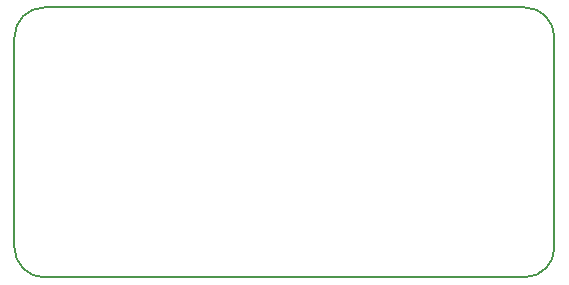
<source format=gbr>
G04 #@! TF.GenerationSoftware,KiCad,Pcbnew,(5.0.0)*
G04 #@! TF.CreationDate,2020-06-29T13:58:06-06:00*
G04 #@! TF.ProjectId,bmp,626D702E6B696361645F706362000000,rev?*
G04 #@! TF.SameCoordinates,Original*
G04 #@! TF.FileFunction,Profile,NP*
%FSLAX46Y46*%
G04 Gerber Fmt 4.6, Leading zero omitted, Abs format (unit mm)*
G04 Created by KiCad (PCBNEW (5.0.0)) date 06/29/20 13:58:06*
%MOMM*%
%LPD*%
G01*
G04 APERTURE LIST*
%ADD10C,0.150000*%
G04 APERTURE END LIST*
D10*
X27940000Y-48260000D02*
G75*
G02X25400000Y-45720000I0J2540000D01*
G01*
X71120000Y-45720000D02*
G75*
G02X68580000Y-48260000I-2540000J0D01*
G01*
X68580000Y-25400000D02*
G75*
G02X71120000Y-27940000I0J-2540000D01*
G01*
X25400000Y-27940000D02*
G75*
G02X27940000Y-25400000I2540000J0D01*
G01*
X68580000Y-25400000D02*
X27940000Y-25400000D01*
X71120000Y-45720000D02*
X71120000Y-27940000D01*
X27940000Y-48260000D02*
X68580000Y-48260000D01*
X25400000Y-27940000D02*
X25400000Y-45720000D01*
M02*

</source>
